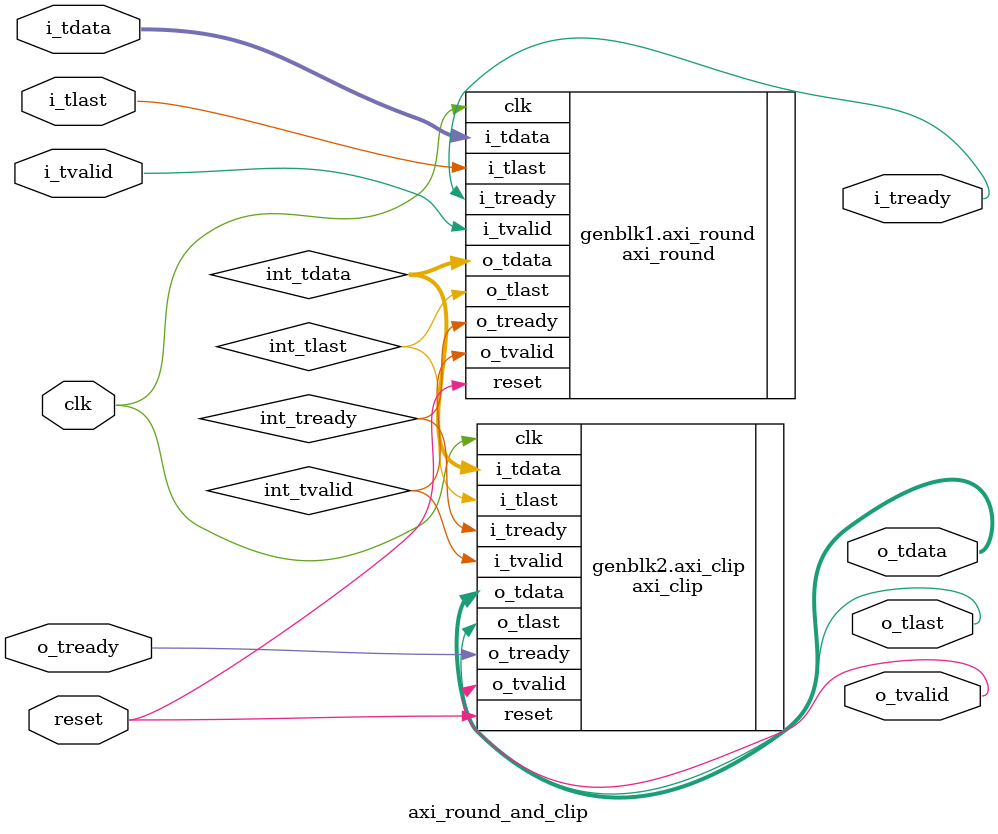
<source format=v>
module axi_round_and_clip
#(
  parameter WIDTH_IN=24,
  parameter WIDTH_OUT=16,
  parameter CLIP_BITS=3,
  parameter FIFOSIZE=1)  // FIFOSIZE = 1, single output register
(
  input clk, input reset,
  input [WIDTH_IN-1:0] i_tdata, input i_tlast, input i_tvalid, output i_tready,
  output [WIDTH_OUT-1:0] o_tdata, output o_tlast, output o_tvalid, input o_tready
);

  wire [WIDTH_OUT+CLIP_BITS-1:0] int_tdata;
  wire int_tlast, int_tvalid, int_tready;

  generate
    if (WIDTH_IN == WIDTH_OUT+CLIP_BITS) begin
       assign int_tdata    = i_tdata;
       assign int_tlast    = i_tlast;
       assign int_tvalid   = i_tvalid;
       assign i_tready     = int_tready;
    end else begin
      axi_round #(
        .WIDTH_IN(WIDTH_IN), .WIDTH_OUT(WIDTH_OUT+CLIP_BITS),
        .round_to_nearest(1), .FIFOSIZE(FIFOSIZE))
      axi_round (
        .clk(clk), .reset(reset),
        .i_tdata(i_tdata), .i_tlast(i_tlast), .i_tvalid(i_tvalid), .i_tready(i_tready),
        .o_tdata(int_tdata), .o_tlast(int_tlast), .o_tvalid(int_tvalid), .o_tready(int_tready));
    end

    if (CLIP_BITS == 0) begin
      assign o_tdata    = int_tdata;
      assign o_tlast    = int_tlast;
      assign o_tvalid   = int_tvalid;
      assign int_tready = o_tready;
    end else begin
      axi_clip #(
        .WIDTH_IN(WIDTH_OUT+CLIP_BITS), .WIDTH_OUT(WIDTH_OUT),
        .FIFOSIZE(FIFOSIZE))
      axi_clip (
        .clk(clk), .reset(reset),
        .i_tdata(int_tdata), .i_tlast(int_tlast), .i_tvalid(int_tvalid), .i_tready(int_tready),
        .o_tdata(o_tdata), .o_tlast(o_tlast), .o_tvalid(o_tvalid), .o_tready(o_tready));
    end
  endgenerate

endmodule // round_and_clip

</source>
